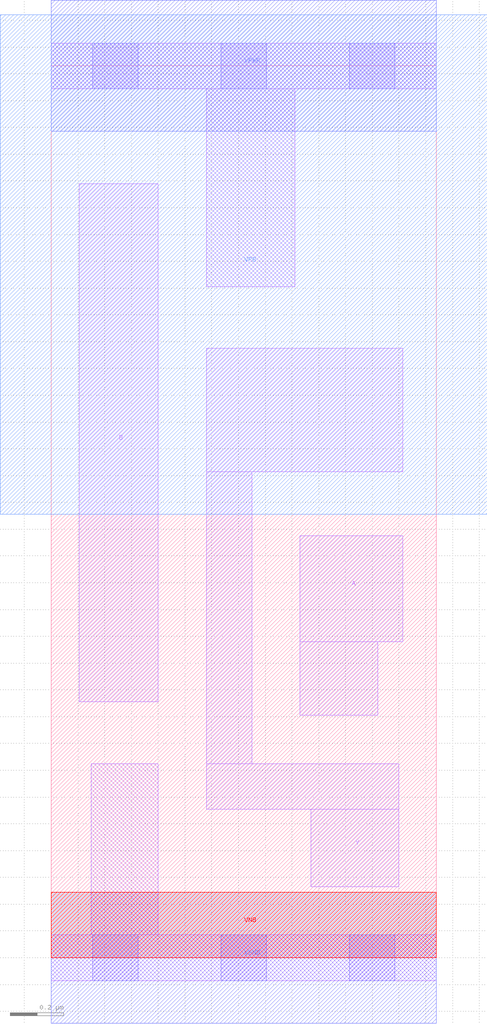
<source format=lef>
# Copyright 2020 The SkyWater PDK Authors
#
# Licensed under the Apache License, Version 2.0 (the "License");
# you may not use this file except in compliance with the License.
# You may obtain a copy of the License at
#
#     https://www.apache.org/licenses/LICENSE-2.0
#
# Unless required by applicable law or agreed to in writing, software
# distributed under the License is distributed on an "AS IS" BASIS,
# WITHOUT WARRANTIES OR CONDITIONS OF ANY KIND, either express or implied.
# See the License for the specific language governing permissions and
# limitations under the License.
#
# SPDX-License-Identifier: Apache-2.0

VERSION 5.7 ;
  NOWIREEXTENSIONATPIN ON ;
  DIVIDERCHAR "/" ;
  BUSBITCHARS "[]" ;
MACRO sky130_fd_sc_lp__nand2_lp
  CLASS CORE ;
  FOREIGN sky130_fd_sc_lp__nand2_lp ;
  ORIGIN  0.000000  0.000000 ;
  SIZE  1.440000 BY  3.330000 ;
  SYMMETRY X Y ;
  SITE unit ;
  PIN A
    ANTENNAGATEAREA  0.189000 ;
    USE SIGNAL ;
    PORT
      LAYER li1 ;
        RECT 0.930000 0.905000 1.220000 1.180000 ;
        RECT 0.930000 1.180000 1.315000 1.575000 ;
    END
  END A
  PIN B
    ANTENNAGATEAREA  0.189000 ;
    USE SIGNAL ;
    PORT
      LAYER li1 ;
        RECT 0.105000 0.955000 0.400000 2.890000 ;
    END
  END B
  PIN VNB
    PORT
      LAYER pwell ;
        RECT 0.000000 0.000000 1.440000 0.245000 ;
    END
  END VNB
  PIN VPB
    PORT
      LAYER nwell ;
        RECT -0.190000 1.655000 1.630000 3.520000 ;
    END
  END VPB
  PIN Y
    ANTENNADIFFAREA  0.237300 ;
    USE SIGNAL ;
    PORT
      LAYER li1 ;
        RECT 0.580000 0.555000 1.300000 0.725000 ;
        RECT 0.580000 0.725000 0.750000 1.815000 ;
        RECT 0.580000 1.815000 1.315000 2.275000 ;
        RECT 0.970000 0.265000 1.300000 0.555000 ;
    END
  END Y
  PIN VGND
    DIRECTION INOUT ;
    USE GROUND ;
    PORT
      LAYER met1 ;
        RECT 0.000000 -0.245000 1.440000 0.245000 ;
    END
  END VGND
  PIN VPWR
    DIRECTION INOUT ;
    USE POWER ;
    PORT
      LAYER met1 ;
        RECT 0.000000 3.085000 1.440000 3.575000 ;
    END
  END VPWR
  OBS
    LAYER li1 ;
      RECT 0.000000 -0.085000 1.440000 0.085000 ;
      RECT 0.000000  3.245000 1.440000 3.415000 ;
      RECT 0.150000  0.085000 0.400000 0.725000 ;
      RECT 0.580000  2.505000 0.910000 3.245000 ;
    LAYER mcon ;
      RECT 0.155000 -0.085000 0.325000 0.085000 ;
      RECT 0.155000  3.245000 0.325000 3.415000 ;
      RECT 0.635000 -0.085000 0.805000 0.085000 ;
      RECT 0.635000  3.245000 0.805000 3.415000 ;
      RECT 1.115000 -0.085000 1.285000 0.085000 ;
      RECT 1.115000  3.245000 1.285000 3.415000 ;
  END
END sky130_fd_sc_lp__nand2_lp
END LIBRARY

</source>
